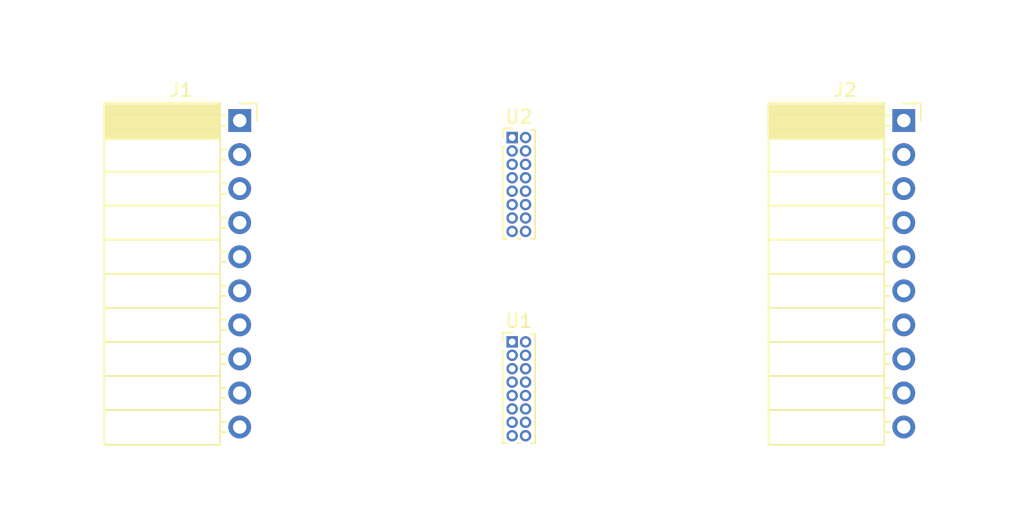
<source format=kicad_pcb>
(kicad_pcb (version 4) (host pcbnew 4.0.7)

  (general
    (links 28)
    (no_connects 28)
    (area 0 0 0 0)
    (thickness 1.6)
    (drawings 4)
    (tracks 0)
    (zones 0)
    (modules 4)
    (nets 25)
  )

  (page A4)
  (layers
    (0 F.Cu signal)
    (31 B.Cu signal)
    (32 B.Adhes user)
    (33 F.Adhes user)
    (34 B.Paste user)
    (35 F.Paste user)
    (36 B.SilkS user)
    (37 F.SilkS user)
    (38 B.Mask user)
    (39 F.Mask user)
    (40 Dwgs.User user)
    (41 Cmts.User user)
    (42 Eco1.User user)
    (43 Eco2.User user)
    (44 Edge.Cuts user)
    (45 Margin user)
    (46 B.CrtYd user)
    (47 F.CrtYd user)
    (48 B.Fab user)
    (49 F.Fab user)
  )

  (setup
    (last_trace_width 0.25)
    (trace_clearance 0.2)
    (zone_clearance 0.508)
    (zone_45_only no)
    (trace_min 0.2)
    (segment_width 0.2)
    (edge_width 0.15)
    (via_size 0.6)
    (via_drill 0.4)
    (via_min_size 0.4)
    (via_min_drill 0.3)
    (uvia_size 0.3)
    (uvia_drill 0.1)
    (uvias_allowed no)
    (uvia_min_size 0.2)
    (uvia_min_drill 0.1)
    (pcb_text_width 0.3)
    (pcb_text_size 1.5 1.5)
    (mod_edge_width 0.15)
    (mod_text_size 1 1)
    (mod_text_width 0.15)
    (pad_size 1.524 1.524)
    (pad_drill 0.762)
    (pad_to_mask_clearance 0.2)
    (aux_axis_origin 0 0)
    (visible_elements FFFEFF7F)
    (pcbplotparams
      (layerselection 0x00030_80000001)
      (usegerberextensions false)
      (excludeedgelayer true)
      (linewidth 0.100000)
      (plotframeref false)
      (viasonmask false)
      (mode 1)
      (useauxorigin false)
      (hpglpennumber 1)
      (hpglpenspeed 20)
      (hpglpendiameter 15)
      (hpglpenoverlay 2)
      (psnegative false)
      (psa4output false)
      (plotreference true)
      (plotvalue true)
      (plotinvisibletext false)
      (padsonsilk false)
      (subtractmaskfromsilk false)
      (outputformat 1)
      (mirror false)
      (drillshape 1)
      (scaleselection 1)
      (outputdirectory ""))
  )

  (net 0 "")
  (net 1 "Net-(J1-Pad1)")
  (net 2 "Net-(J1-Pad2)")
  (net 3 "Net-(J1-Pad3)")
  (net 4 "Net-(J1-Pad4)")
  (net 5 "Net-(J1-Pad5)")
  (net 6 "Net-(J1-Pad6)")
  (net 7 "Net-(J1-Pad7)")
  (net 8 "Net-(J1-Pad8)")
  (net 9 "Net-(J1-Pad9)")
  (net 10 "Net-(J1-Pad10)")
  (net 11 "Net-(J2-Pad1)")
  (net 12 "Net-(J2-Pad2)")
  (net 13 "Net-(J2-Pad3)")
  (net 14 "Net-(J2-Pad4)")
  (net 15 "Net-(J2-Pad5)")
  (net 16 "Net-(J2-Pad6)")
  (net 17 "Net-(J2-Pad7)")
  (net 18 "Net-(J2-Pad8)")
  (net 19 "Net-(J2-Pad9)")
  (net 20 "Net-(J2-Pad10)")
  (net 21 VCC)
  (net 22 GND)
  (net 23 "Net-(U2-Pad1)")
  (net 24 "Net-(U2-Pad16)")

  (net_class Default "This is the default net class."
    (clearance 0.2)
    (trace_width 0.25)
    (via_dia 0.6)
    (via_drill 0.4)
    (uvia_dia 0.3)
    (uvia_drill 0.1)
    (add_net GND)
    (add_net "Net-(J1-Pad1)")
    (add_net "Net-(J1-Pad10)")
    (add_net "Net-(J1-Pad2)")
    (add_net "Net-(J1-Pad3)")
    (add_net "Net-(J1-Pad4)")
    (add_net "Net-(J1-Pad5)")
    (add_net "Net-(J1-Pad6)")
    (add_net "Net-(J1-Pad7)")
    (add_net "Net-(J1-Pad8)")
    (add_net "Net-(J1-Pad9)")
    (add_net "Net-(J2-Pad1)")
    (add_net "Net-(J2-Pad10)")
    (add_net "Net-(J2-Pad2)")
    (add_net "Net-(J2-Pad3)")
    (add_net "Net-(J2-Pad4)")
    (add_net "Net-(J2-Pad5)")
    (add_net "Net-(J2-Pad6)")
    (add_net "Net-(J2-Pad7)")
    (add_net "Net-(J2-Pad8)")
    (add_net "Net-(J2-Pad9)")
    (add_net "Net-(U2-Pad1)")
    (add_net "Net-(U2-Pad16)")
    (add_net VCC)
  )

  (module Socket_Strips:Socket_Strip_Angled_1x10_Pitch2.54mm (layer F.Cu) (tedit 58CD5446) (tstamp 5AC40CEC)
    (at 128.27 105.41)
    (descr "Through hole angled socket strip, 1x10, 2.54mm pitch, 8.51mm socket length, single row")
    (tags "Through hole angled socket strip THT 1x10 2.54mm single row")
    (path /5AC298B1)
    (fp_text reference J1 (at -4.38 -2.27) (layer F.SilkS)
      (effects (font (size 1 1) (thickness 0.15)))
    )
    (fp_text value Conn_01x10_Female (at -4.38 25.13) (layer F.Fab)
      (effects (font (size 1 1) (thickness 0.15)))
    )
    (fp_line (start -1.52 -1.27) (end -1.52 1.27) (layer F.Fab) (width 0.1))
    (fp_line (start -1.52 1.27) (end -10.03 1.27) (layer F.Fab) (width 0.1))
    (fp_line (start -10.03 1.27) (end -10.03 -1.27) (layer F.Fab) (width 0.1))
    (fp_line (start -10.03 -1.27) (end -1.52 -1.27) (layer F.Fab) (width 0.1))
    (fp_line (start 0 -0.32) (end 0 0.32) (layer F.Fab) (width 0.1))
    (fp_line (start 0 0.32) (end -1.52 0.32) (layer F.Fab) (width 0.1))
    (fp_line (start -1.52 0.32) (end -1.52 -0.32) (layer F.Fab) (width 0.1))
    (fp_line (start -1.52 -0.32) (end 0 -0.32) (layer F.Fab) (width 0.1))
    (fp_line (start -1.52 1.27) (end -1.52 3.81) (layer F.Fab) (width 0.1))
    (fp_line (start -1.52 3.81) (end -10.03 3.81) (layer F.Fab) (width 0.1))
    (fp_line (start -10.03 3.81) (end -10.03 1.27) (layer F.Fab) (width 0.1))
    (fp_line (start -10.03 1.27) (end -1.52 1.27) (layer F.Fab) (width 0.1))
    (fp_line (start 0 2.22) (end 0 2.86) (layer F.Fab) (width 0.1))
    (fp_line (start 0 2.86) (end -1.52 2.86) (layer F.Fab) (width 0.1))
    (fp_line (start -1.52 2.86) (end -1.52 2.22) (layer F.Fab) (width 0.1))
    (fp_line (start -1.52 2.22) (end 0 2.22) (layer F.Fab) (width 0.1))
    (fp_line (start -1.52 3.81) (end -1.52 6.35) (layer F.Fab) (width 0.1))
    (fp_line (start -1.52 6.35) (end -10.03 6.35) (layer F.Fab) (width 0.1))
    (fp_line (start -10.03 6.35) (end -10.03 3.81) (layer F.Fab) (width 0.1))
    (fp_line (start -10.03 3.81) (end -1.52 3.81) (layer F.Fab) (width 0.1))
    (fp_line (start 0 4.76) (end 0 5.4) (layer F.Fab) (width 0.1))
    (fp_line (start 0 5.4) (end -1.52 5.4) (layer F.Fab) (width 0.1))
    (fp_line (start -1.52 5.4) (end -1.52 4.76) (layer F.Fab) (width 0.1))
    (fp_line (start -1.52 4.76) (end 0 4.76) (layer F.Fab) (width 0.1))
    (fp_line (start -1.52 6.35) (end -1.52 8.89) (layer F.Fab) (width 0.1))
    (fp_line (start -1.52 8.89) (end -10.03 8.89) (layer F.Fab) (width 0.1))
    (fp_line (start -10.03 8.89) (end -10.03 6.35) (layer F.Fab) (width 0.1))
    (fp_line (start -10.03 6.35) (end -1.52 6.35) (layer F.Fab) (width 0.1))
    (fp_line (start 0 7.3) (end 0 7.94) (layer F.Fab) (width 0.1))
    (fp_line (start 0 7.94) (end -1.52 7.94) (layer F.Fab) (width 0.1))
    (fp_line (start -1.52 7.94) (end -1.52 7.3) (layer F.Fab) (width 0.1))
    (fp_line (start -1.52 7.3) (end 0 7.3) (layer F.Fab) (width 0.1))
    (fp_line (start -1.52 8.89) (end -1.52 11.43) (layer F.Fab) (width 0.1))
    (fp_line (start -1.52 11.43) (end -10.03 11.43) (layer F.Fab) (width 0.1))
    (fp_line (start -10.03 11.43) (end -10.03 8.89) (layer F.Fab) (width 0.1))
    (fp_line (start -10.03 8.89) (end -1.52 8.89) (layer F.Fab) (width 0.1))
    (fp_line (start 0 9.84) (end 0 10.48) (layer F.Fab) (width 0.1))
    (fp_line (start 0 10.48) (end -1.52 10.48) (layer F.Fab) (width 0.1))
    (fp_line (start -1.52 10.48) (end -1.52 9.84) (layer F.Fab) (width 0.1))
    (fp_line (start -1.52 9.84) (end 0 9.84) (layer F.Fab) (width 0.1))
    (fp_line (start -1.52 11.43) (end -1.52 13.97) (layer F.Fab) (width 0.1))
    (fp_line (start -1.52 13.97) (end -10.03 13.97) (layer F.Fab) (width 0.1))
    (fp_line (start -10.03 13.97) (end -10.03 11.43) (layer F.Fab) (width 0.1))
    (fp_line (start -10.03 11.43) (end -1.52 11.43) (layer F.Fab) (width 0.1))
    (fp_line (start 0 12.38) (end 0 13.02) (layer F.Fab) (width 0.1))
    (fp_line (start 0 13.02) (end -1.52 13.02) (layer F.Fab) (width 0.1))
    (fp_line (start -1.52 13.02) (end -1.52 12.38) (layer F.Fab) (width 0.1))
    (fp_line (start -1.52 12.38) (end 0 12.38) (layer F.Fab) (width 0.1))
    (fp_line (start -1.52 13.97) (end -1.52 16.51) (layer F.Fab) (width 0.1))
    (fp_line (start -1.52 16.51) (end -10.03 16.51) (layer F.Fab) (width 0.1))
    (fp_line (start -10.03 16.51) (end -10.03 13.97) (layer F.Fab) (width 0.1))
    (fp_line (start -10.03 13.97) (end -1.52 13.97) (layer F.Fab) (width 0.1))
    (fp_line (start 0 14.92) (end 0 15.56) (layer F.Fab) (width 0.1))
    (fp_line (start 0 15.56) (end -1.52 15.56) (layer F.Fab) (width 0.1))
    (fp_line (start -1.52 15.56) (end -1.52 14.92) (layer F.Fab) (width 0.1))
    (fp_line (start -1.52 14.92) (end 0 14.92) (layer F.Fab) (width 0.1))
    (fp_line (start -1.52 16.51) (end -1.52 19.05) (layer F.Fab) (width 0.1))
    (fp_line (start -1.52 19.05) (end -10.03 19.05) (layer F.Fab) (width 0.1))
    (fp_line (start -10.03 19.05) (end -10.03 16.51) (layer F.Fab) (width 0.1))
    (fp_line (start -10.03 16.51) (end -1.52 16.51) (layer F.Fab) (width 0.1))
    (fp_line (start 0 17.46) (end 0 18.1) (layer F.Fab) (width 0.1))
    (fp_line (start 0 18.1) (end -1.52 18.1) (layer F.Fab) (width 0.1))
    (fp_line (start -1.52 18.1) (end -1.52 17.46) (layer F.Fab) (width 0.1))
    (fp_line (start -1.52 17.46) (end 0 17.46) (layer F.Fab) (width 0.1))
    (fp_line (start -1.52 19.05) (end -1.52 21.59) (layer F.Fab) (width 0.1))
    (fp_line (start -1.52 21.59) (end -10.03 21.59) (layer F.Fab) (width 0.1))
    (fp_line (start -10.03 21.59) (end -10.03 19.05) (layer F.Fab) (width 0.1))
    (fp_line (start -10.03 19.05) (end -1.52 19.05) (layer F.Fab) (width 0.1))
    (fp_line (start 0 20) (end 0 20.64) (layer F.Fab) (width 0.1))
    (fp_line (start 0 20.64) (end -1.52 20.64) (layer F.Fab) (width 0.1))
    (fp_line (start -1.52 20.64) (end -1.52 20) (layer F.Fab) (width 0.1))
    (fp_line (start -1.52 20) (end 0 20) (layer F.Fab) (width 0.1))
    (fp_line (start -1.52 21.59) (end -1.52 24.13) (layer F.Fab) (width 0.1))
    (fp_line (start -1.52 24.13) (end -10.03 24.13) (layer F.Fab) (width 0.1))
    (fp_line (start -10.03 24.13) (end -10.03 21.59) (layer F.Fab) (width 0.1))
    (fp_line (start -10.03 21.59) (end -1.52 21.59) (layer F.Fab) (width 0.1))
    (fp_line (start 0 22.54) (end 0 23.18) (layer F.Fab) (width 0.1))
    (fp_line (start 0 23.18) (end -1.52 23.18) (layer F.Fab) (width 0.1))
    (fp_line (start -1.52 23.18) (end -1.52 22.54) (layer F.Fab) (width 0.1))
    (fp_line (start -1.52 22.54) (end 0 22.54) (layer F.Fab) (width 0.1))
    (fp_line (start -1.46 -1.33) (end -1.46 1.27) (layer F.SilkS) (width 0.12))
    (fp_line (start -1.46 1.27) (end -10.09 1.27) (layer F.SilkS) (width 0.12))
    (fp_line (start -10.09 1.27) (end -10.09 -1.33) (layer F.SilkS) (width 0.12))
    (fp_line (start -10.09 -1.33) (end -1.46 -1.33) (layer F.SilkS) (width 0.12))
    (fp_line (start -1.03 -0.38) (end -1.46 -0.38) (layer F.SilkS) (width 0.12))
    (fp_line (start -1.03 0.38) (end -1.46 0.38) (layer F.SilkS) (width 0.12))
    (fp_line (start -1.46 -1.15) (end -10.09 -1.15) (layer F.SilkS) (width 0.12))
    (fp_line (start -1.46 -1.03) (end -10.09 -1.03) (layer F.SilkS) (width 0.12))
    (fp_line (start -1.46 -0.91) (end -10.09 -0.91) (layer F.SilkS) (width 0.12))
    (fp_line (start -1.46 -0.79) (end -10.09 -0.79) (layer F.SilkS) (width 0.12))
    (fp_line (start -1.46 -0.67) (end -10.09 -0.67) (layer F.SilkS) (width 0.12))
    (fp_line (start -1.46 -0.55) (end -10.09 -0.55) (layer F.SilkS) (width 0.12))
    (fp_line (start -1.46 -0.43) (end -10.09 -0.43) (layer F.SilkS) (width 0.12))
    (fp_line (start -1.46 -0.31) (end -10.09 -0.31) (layer F.SilkS) (width 0.12))
    (fp_line (start -1.46 -0.19) (end -10.09 -0.19) (layer F.SilkS) (width 0.12))
    (fp_line (start -1.46 -0.07) (end -10.09 -0.07) (layer F.SilkS) (width 0.12))
    (fp_line (start -1.46 0.05) (end -10.09 0.05) (layer F.SilkS) (width 0.12))
    (fp_line (start -1.46 0.17) (end -10.09 0.17) (layer F.SilkS) (width 0.12))
    (fp_line (start -1.46 0.29) (end -10.09 0.29) (layer F.SilkS) (width 0.12))
    (fp_line (start -1.46 0.41) (end -10.09 0.41) (layer F.SilkS) (width 0.12))
    (fp_line (start -1.46 0.53) (end -10.09 0.53) (layer F.SilkS) (width 0.12))
    (fp_line (start -1.46 0.65) (end -10.09 0.65) (layer F.SilkS) (width 0.12))
    (fp_line (start -1.46 0.77) (end -10.09 0.77) (layer F.SilkS) (width 0.12))
    (fp_line (start -1.46 0.89) (end -10.09 0.89) (layer F.SilkS) (width 0.12))
    (fp_line (start -1.46 1.01) (end -10.09 1.01) (layer F.SilkS) (width 0.12))
    (fp_line (start -1.46 1.13) (end -10.09 1.13) (layer F.SilkS) (width 0.12))
    (fp_line (start -1.46 1.25) (end -10.09 1.25) (layer F.SilkS) (width 0.12))
    (fp_line (start -1.46 1.37) (end -10.09 1.37) (layer F.SilkS) (width 0.12))
    (fp_line (start -1.46 1.27) (end -1.46 3.81) (layer F.SilkS) (width 0.12))
    (fp_line (start -1.46 3.81) (end -10.09 3.81) (layer F.SilkS) (width 0.12))
    (fp_line (start -10.09 3.81) (end -10.09 1.27) (layer F.SilkS) (width 0.12))
    (fp_line (start -10.09 1.27) (end -1.46 1.27) (layer F.SilkS) (width 0.12))
    (fp_line (start -1.03 2.16) (end -1.46 2.16) (layer F.SilkS) (width 0.12))
    (fp_line (start -1.03 2.92) (end -1.46 2.92) (layer F.SilkS) (width 0.12))
    (fp_line (start -1.46 3.81) (end -1.46 6.35) (layer F.SilkS) (width 0.12))
    (fp_line (start -1.46 6.35) (end -10.09 6.35) (layer F.SilkS) (width 0.12))
    (fp_line (start -10.09 6.35) (end -10.09 3.81) (layer F.SilkS) (width 0.12))
    (fp_line (start -10.09 3.81) (end -1.46 3.81) (layer F.SilkS) (width 0.12))
    (fp_line (start -1.03 4.7) (end -1.46 4.7) (layer F.SilkS) (width 0.12))
    (fp_line (start -1.03 5.46) (end -1.46 5.46) (layer F.SilkS) (width 0.12))
    (fp_line (start -1.46 6.35) (end -1.46 8.89) (layer F.SilkS) (width 0.12))
    (fp_line (start -1.46 8.89) (end -10.09 8.89) (layer F.SilkS) (width 0.12))
    (fp_line (start -10.09 8.89) (end -10.09 6.35) (layer F.SilkS) (width 0.12))
    (fp_line (start -10.09 6.35) (end -1.46 6.35) (layer F.SilkS) (width 0.12))
    (fp_line (start -1.03 7.24) (end -1.46 7.24) (layer F.SilkS) (width 0.12))
    (fp_line (start -1.03 8) (end -1.46 8) (layer F.SilkS) (width 0.12))
    (fp_line (start -1.46 8.89) (end -1.46 11.43) (layer F.SilkS) (width 0.12))
    (fp_line (start -1.46 11.43) (end -10.09 11.43) (layer F.SilkS) (width 0.12))
    (fp_line (start -10.09 11.43) (end -10.09 8.89) (layer F.SilkS) (width 0.12))
    (fp_line (start -10.09 8.89) (end -1.46 8.89) (layer F.SilkS) (width 0.12))
    (fp_line (start -1.03 9.78) (end -1.46 9.78) (layer F.SilkS) (width 0.12))
    (fp_line (start -1.03 10.54) (end -1.46 10.54) (layer F.SilkS) (width 0.12))
    (fp_line (start -1.46 11.43) (end -1.46 13.97) (layer F.SilkS) (width 0.12))
    (fp_line (start -1.46 13.97) (end -10.09 13.97) (layer F.SilkS) (width 0.12))
    (fp_line (start -10.09 13.97) (end -10.09 11.43) (layer F.SilkS) (width 0.12))
    (fp_line (start -10.09 11.43) (end -1.46 11.43) (layer F.SilkS) (width 0.12))
    (fp_line (start -1.03 12.32) (end -1.46 12.32) (layer F.SilkS) (width 0.12))
    (fp_line (start -1.03 13.08) (end -1.46 13.08) (layer F.SilkS) (width 0.12))
    (fp_line (start -1.46 13.97) (end -1.46 16.51) (layer F.SilkS) (width 0.12))
    (fp_line (start -1.46 16.51) (end -10.09 16.51) (layer F.SilkS) (width 0.12))
    (fp_line (start -10.09 16.51) (end -10.09 13.97) (layer F.SilkS) (width 0.12))
    (fp_line (start -10.09 13.97) (end -1.46 13.97) (layer F.SilkS) (width 0.12))
    (fp_line (start -1.03 14.86) (end -1.46 14.86) (layer F.SilkS) (width 0.12))
    (fp_line (start -1.03 15.62) (end -1.46 15.62) (layer F.SilkS) (width 0.12))
    (fp_line (start -1.46 16.51) (end -1.46 19.05) (layer F.SilkS) (width 0.12))
    (fp_line (start -1.46 19.05) (end -10.09 19.05) (layer F.SilkS) (width 0.12))
    (fp_line (start -10.09 19.05) (end -10.09 16.51) (layer F.SilkS) (width 0.12))
    (fp_line (start -10.09 16.51) (end -1.46 16.51) (layer F.SilkS) (width 0.12))
    (fp_line (start -1.03 17.4) (end -1.46 17.4) (layer F.SilkS) (width 0.12))
    (fp_line (start -1.03 18.16) (end -1.46 18.16) (layer F.SilkS) (width 0.12))
    (fp_line (start -1.46 19.05) (end -1.46 21.59) (layer F.SilkS) (width 0.12))
    (fp_line (start -1.46 21.59) (end -10.09 21.59) (layer F.SilkS) (width 0.12))
    (fp_line (start -10.09 21.59) (end -10.09 19.05) (layer F.SilkS) (width 0.12))
    (fp_line (start -10.09 19.05) (end -1.46 19.05) (layer F.SilkS) (width 0.12))
    (fp_line (start -1.03 19.94) (end -1.46 19.94) (layer F.SilkS) (width 0.12))
    (fp_line (start -1.03 20.7) (end -1.46 20.7) (layer F.SilkS) (width 0.12))
    (fp_line (start -1.46 21.59) (end -1.46 24.19) (layer F.SilkS) (width 0.12))
    (fp_line (start -1.46 24.19) (end -10.09 24.19) (layer F.SilkS) (width 0.12))
    (fp_line (start -10.09 24.19) (end -10.09 21.59) (layer F.SilkS) (width 0.12))
    (fp_line (start -10.09 21.59) (end -1.46 21.59) (layer F.SilkS) (width 0.12))
    (fp_line (start -1.03 22.48) (end -1.46 22.48) (layer F.SilkS) (width 0.12))
    (fp_line (start -1.03 23.24) (end -1.46 23.24) (layer F.SilkS) (width 0.12))
    (fp_line (start 0 -1.27) (end 1.27 -1.27) (layer F.SilkS) (width 0.12))
    (fp_line (start 1.27 -1.27) (end 1.27 0) (layer F.SilkS) (width 0.12))
    (fp_line (start 1.8 -1.8) (end 1.8 24.65) (layer F.CrtYd) (width 0.05))
    (fp_line (start 1.8 24.65) (end -10.55 24.65) (layer F.CrtYd) (width 0.05))
    (fp_line (start -10.55 24.65) (end -10.55 -1.8) (layer F.CrtYd) (width 0.05))
    (fp_line (start -10.55 -1.8) (end 1.8 -1.8) (layer F.CrtYd) (width 0.05))
    (fp_text user %R (at -4.38 -2.27) (layer F.Fab)
      (effects (font (size 1 1) (thickness 0.15)))
    )
    (pad 1 thru_hole rect (at 0 0) (size 1.7 1.7) (drill 1) (layers *.Cu *.Mask)
      (net 1 "Net-(J1-Pad1)"))
    (pad 2 thru_hole oval (at 0 2.54) (size 1.7 1.7) (drill 1) (layers *.Cu *.Mask)
      (net 2 "Net-(J1-Pad2)"))
    (pad 3 thru_hole oval (at 0 5.08) (size 1.7 1.7) (drill 1) (layers *.Cu *.Mask)
      (net 3 "Net-(J1-Pad3)"))
    (pad 4 thru_hole oval (at 0 7.62) (size 1.7 1.7) (drill 1) (layers *.Cu *.Mask)
      (net 4 "Net-(J1-Pad4)"))
    (pad 5 thru_hole oval (at 0 10.16) (size 1.7 1.7) (drill 1) (layers *.Cu *.Mask)
      (net 5 "Net-(J1-Pad5)"))
    (pad 6 thru_hole oval (at 0 12.7) (size 1.7 1.7) (drill 1) (layers *.Cu *.Mask)
      (net 6 "Net-(J1-Pad6)"))
    (pad 7 thru_hole oval (at 0 15.24) (size 1.7 1.7) (drill 1) (layers *.Cu *.Mask)
      (net 7 "Net-(J1-Pad7)"))
    (pad 8 thru_hole oval (at 0 17.78) (size 1.7 1.7) (drill 1) (layers *.Cu *.Mask)
      (net 8 "Net-(J1-Pad8)"))
    (pad 9 thru_hole oval (at 0 20.32) (size 1.7 1.7) (drill 1) (layers *.Cu *.Mask)
      (net 9 "Net-(J1-Pad9)"))
    (pad 10 thru_hole oval (at 0 22.86) (size 1.7 1.7) (drill 1) (layers *.Cu *.Mask)
      (net 10 "Net-(J1-Pad10)"))
    (model ${KISYS3DMOD}/Socket_Strips.3dshapes/Socket_Strip_Angled_1x10_Pitch2.54mm.wrl
      (at (xyz 0 -0.45 0))
      (scale (xyz 1 1 1))
      (rotate (xyz 0 0 270))
    )
  )

  (module Socket_Strips:Socket_Strip_Angled_1x10_Pitch2.54mm (layer F.Cu) (tedit 58CD5446) (tstamp 5AC40CFA)
    (at 177.8 105.41)
    (descr "Through hole angled socket strip, 1x10, 2.54mm pitch, 8.51mm socket length, single row")
    (tags "Through hole angled socket strip THT 1x10 2.54mm single row")
    (path /5AC2991C)
    (fp_text reference J2 (at -4.38 -2.27) (layer F.SilkS)
      (effects (font (size 1 1) (thickness 0.15)))
    )
    (fp_text value Conn_01x10_Female (at -4.38 25.13) (layer F.Fab)
      (effects (font (size 1 1) (thickness 0.15)))
    )
    (fp_line (start -1.52 -1.27) (end -1.52 1.27) (layer F.Fab) (width 0.1))
    (fp_line (start -1.52 1.27) (end -10.03 1.27) (layer F.Fab) (width 0.1))
    (fp_line (start -10.03 1.27) (end -10.03 -1.27) (layer F.Fab) (width 0.1))
    (fp_line (start -10.03 -1.27) (end -1.52 -1.27) (layer F.Fab) (width 0.1))
    (fp_line (start 0 -0.32) (end 0 0.32) (layer F.Fab) (width 0.1))
    (fp_line (start 0 0.32) (end -1.52 0.32) (layer F.Fab) (width 0.1))
    (fp_line (start -1.52 0.32) (end -1.52 -0.32) (layer F.Fab) (width 0.1))
    (fp_line (start -1.52 -0.32) (end 0 -0.32) (layer F.Fab) (width 0.1))
    (fp_line (start -1.52 1.27) (end -1.52 3.81) (layer F.Fab) (width 0.1))
    (fp_line (start -1.52 3.81) (end -10.03 3.81) (layer F.Fab) (width 0.1))
    (fp_line (start -10.03 3.81) (end -10.03 1.27) (layer F.Fab) (width 0.1))
    (fp_line (start -10.03 1.27) (end -1.52 1.27) (layer F.Fab) (width 0.1))
    (fp_line (start 0 2.22) (end 0 2.86) (layer F.Fab) (width 0.1))
    (fp_line (start 0 2.86) (end -1.52 2.86) (layer F.Fab) (width 0.1))
    (fp_line (start -1.52 2.86) (end -1.52 2.22) (layer F.Fab) (width 0.1))
    (fp_line (start -1.52 2.22) (end 0 2.22) (layer F.Fab) (width 0.1))
    (fp_line (start -1.52 3.81) (end -1.52 6.35) (layer F.Fab) (width 0.1))
    (fp_line (start -1.52 6.35) (end -10.03 6.35) (layer F.Fab) (width 0.1))
    (fp_line (start -10.03 6.35) (end -10.03 3.81) (layer F.Fab) (width 0.1))
    (fp_line (start -10.03 3.81) (end -1.52 3.81) (layer F.Fab) (width 0.1))
    (fp_line (start 0 4.76) (end 0 5.4) (layer F.Fab) (width 0.1))
    (fp_line (start 0 5.4) (end -1.52 5.4) (layer F.Fab) (width 0.1))
    (fp_line (start -1.52 5.4) (end -1.52 4.76) (layer F.Fab) (width 0.1))
    (fp_line (start -1.52 4.76) (end 0 4.76) (layer F.Fab) (width 0.1))
    (fp_line (start -1.52 6.35) (end -1.52 8.89) (layer F.Fab) (width 0.1))
    (fp_line (start -1.52 8.89) (end -10.03 8.89) (layer F.Fab) (width 0.1))
    (fp_line (start -10.03 8.89) (end -10.03 6.35) (layer F.Fab) (width 0.1))
    (fp_line (start -10.03 6.35) (end -1.52 6.35) (layer F.Fab) (width 0.1))
    (fp_line (start 0 7.3) (end 0 7.94) (layer F.Fab) (width 0.1))
    (fp_line (start 0 7.94) (end -1.52 7.94) (layer F.Fab) (width 0.1))
    (fp_line (start -1.52 7.94) (end -1.52 7.3) (layer F.Fab) (width 0.1))
    (fp_line (start -1.52 7.3) (end 0 7.3) (layer F.Fab) (width 0.1))
    (fp_line (start -1.52 8.89) (end -1.52 11.43) (layer F.Fab) (width 0.1))
    (fp_line (start -1.52 11.43) (end -10.03 11.43) (layer F.Fab) (width 0.1))
    (fp_line (start -10.03 11.43) (end -10.03 8.89) (layer F.Fab) (width 0.1))
    (fp_line (start -10.03 8.89) (end -1.52 8.89) (layer F.Fab) (width 0.1))
    (fp_line (start 0 9.84) (end 0 10.48) (layer F.Fab) (width 0.1))
    (fp_line (start 0 10.48) (end -1.52 10.48) (layer F.Fab) (width 0.1))
    (fp_line (start -1.52 10.48) (end -1.52 9.84) (layer F.Fab) (width 0.1))
    (fp_line (start -1.52 9.84) (end 0 9.84) (layer F.Fab) (width 0.1))
    (fp_line (start -1.52 11.43) (end -1.52 13.97) (layer F.Fab) (width 0.1))
    (fp_line (start -1.52 13.97) (end -10.03 13.97) (layer F.Fab) (width 0.1))
    (fp_line (start -10.03 13.97) (end -10.03 11.43) (layer F.Fab) (width 0.1))
    (fp_line (start -10.03 11.43) (end -1.52 11.43) (layer F.Fab) (width 0.1))
    (fp_line (start 0 12.38) (end 0 13.02) (layer F.Fab) (width 0.1))
    (fp_line (start 0 13.02) (end -1.52 13.02) (layer F.Fab) (width 0.1))
    (fp_line (start -1.52 13.02) (end -1.52 12.38) (layer F.Fab) (width 0.1))
    (fp_line (start -1.52 12.38) (end 0 12.38) (layer F.Fab) (width 0.1))
    (fp_line (start -1.52 13.97) (end -1.52 16.51) (layer F.Fab) (width 0.1))
    (fp_line (start -1.52 16.51) (end -10.03 16.51) (layer F.Fab) (width 0.1))
    (fp_line (start -10.03 16.51) (end -10.03 13.97) (layer F.Fab) (width 0.1))
    (fp_line (start -10.03 13.97) (end -1.52 13.97) (layer F.Fab) (width 0.1))
    (fp_line (start 0 14.92) (end 0 15.56) (layer F.Fab) (width 0.1))
    (fp_line (start 0 15.56) (end -1.52 15.56) (layer F.Fab) (width 0.1))
    (fp_line (start -1.52 15.56) (end -1.52 14.92) (layer F.Fab) (width 0.1))
    (fp_line (start -1.52 14.92) (end 0 14.92) (layer F.Fab) (width 0.1))
    (fp_line (start -1.52 16.51) (end -1.52 19.05) (layer F.Fab) (width 0.1))
    (fp_line (start -1.52 19.05) (end -10.03 19.05) (layer F.Fab) (width 0.1))
    (fp_line (start -10.03 19.05) (end -10.03 16.51) (layer F.Fab) (width 0.1))
    (fp_line (start -10.03 16.51) (end -1.52 16.51) (layer F.Fab) (width 0.1))
    (fp_line (start 0 17.46) (end 0 18.1) (layer F.Fab) (width 0.1))
    (fp_line (start 0 18.1) (end -1.52 18.1) (layer F.Fab) (width 0.1))
    (fp_line (start -1.52 18.1) (end -1.52 17.46) (layer F.Fab) (width 0.1))
    (fp_line (start -1.52 17.46) (end 0 17.46) (layer F.Fab) (width 0.1))
    (fp_line (start -1.52 19.05) (end -1.52 21.59) (layer F.Fab) (width 0.1))
    (fp_line (start -1.52 21.59) (end -10.03 21.59) (layer F.Fab) (width 0.1))
    (fp_line (start -10.03 21.59) (end -10.03 19.05) (layer F.Fab) (width 0.1))
    (fp_line (start -10.03 19.05) (end -1.52 19.05) (layer F.Fab) (width 0.1))
    (fp_line (start 0 20) (end 0 20.64) (layer F.Fab) (width 0.1))
    (fp_line (start 0 20.64) (end -1.52 20.64) (layer F.Fab) (width 0.1))
    (fp_line (start -1.52 20.64) (end -1.52 20) (layer F.Fab) (width 0.1))
    (fp_line (start -1.52 20) (end 0 20) (layer F.Fab) (width 0.1))
    (fp_line (start -1.52 21.59) (end -1.52 24.13) (layer F.Fab) (width 0.1))
    (fp_line (start -1.52 24.13) (end -10.03 24.13) (layer F.Fab) (width 0.1))
    (fp_line (start -10.03 24.13) (end -10.03 21.59) (layer F.Fab) (width 0.1))
    (fp_line (start -10.03 21.59) (end -1.52 21.59) (layer F.Fab) (width 0.1))
    (fp_line (start 0 22.54) (end 0 23.18) (layer F.Fab) (width 0.1))
    (fp_line (start 0 23.18) (end -1.52 23.18) (layer F.Fab) (width 0.1))
    (fp_line (start -1.52 23.18) (end -1.52 22.54) (layer F.Fab) (width 0.1))
    (fp_line (start -1.52 22.54) (end 0 22.54) (layer F.Fab) (width 0.1))
    (fp_line (start -1.46 -1.33) (end -1.46 1.27) (layer F.SilkS) (width 0.12))
    (fp_line (start -1.46 1.27) (end -10.09 1.27) (layer F.SilkS) (width 0.12))
    (fp_line (start -10.09 1.27) (end -10.09 -1.33) (layer F.SilkS) (width 0.12))
    (fp_line (start -10.09 -1.33) (end -1.46 -1.33) (layer F.SilkS) (width 0.12))
    (fp_line (start -1.03 -0.38) (end -1.46 -0.38) (layer F.SilkS) (width 0.12))
    (fp_line (start -1.03 0.38) (end -1.46 0.38) (layer F.SilkS) (width 0.12))
    (fp_line (start -1.46 -1.15) (end -10.09 -1.15) (layer F.SilkS) (width 0.12))
    (fp_line (start -1.46 -1.03) (end -10.09 -1.03) (layer F.SilkS) (width 0.12))
    (fp_line (start -1.46 -0.91) (end -10.09 -0.91) (layer F.SilkS) (width 0.12))
    (fp_line (start -1.46 -0.79) (end -10.09 -0.79) (layer F.SilkS) (width 0.12))
    (fp_line (start -1.46 -0.67) (end -10.09 -0.67) (layer F.SilkS) (width 0.12))
    (fp_line (start -1.46 -0.55) (end -10.09 -0.55) (layer F.SilkS) (width 0.12))
    (fp_line (start -1.46 -0.43) (end -10.09 -0.43) (layer F.SilkS) (width 0.12))
    (fp_line (start -1.46 -0.31) (end -10.09 -0.31) (layer F.SilkS) (width 0.12))
    (fp_line (start -1.46 -0.19) (end -10.09 -0.19) (layer F.SilkS) (width 0.12))
    (fp_line (start -1.46 -0.07) (end -10.09 -0.07) (layer F.SilkS) (width 0.12))
    (fp_line (start -1.46 0.05) (end -10.09 0.05) (layer F.SilkS) (width 0.12))
    (fp_line (start -1.46 0.17) (end -10.09 0.17) (layer F.SilkS) (width 0.12))
    (fp_line (start -1.46 0.29) (end -10.09 0.29) (layer F.SilkS) (width 0.12))
    (fp_line (start -1.46 0.41) (end -10.09 0.41) (layer F.SilkS) (width 0.12))
    (fp_line (start -1.46 0.53) (end -10.09 0.53) (layer F.SilkS) (width 0.12))
    (fp_line (start -1.46 0.65) (end -10.09 0.65) (layer F.SilkS) (width 0.12))
    (fp_line (start -1.46 0.77) (end -10.09 0.77) (layer F.SilkS) (width 0.12))
    (fp_line (start -1.46 0.89) (end -10.09 0.89) (layer F.SilkS) (width 0.12))
    (fp_line (start -1.46 1.01) (end -10.09 1.01) (layer F.SilkS) (width 0.12))
    (fp_line (start -1.46 1.13) (end -10.09 1.13) (layer F.SilkS) (width 0.12))
    (fp_line (start -1.46 1.25) (end -10.09 1.25) (layer F.SilkS) (width 0.12))
    (fp_line (start -1.46 1.37) (end -10.09 1.37) (layer F.SilkS) (width 0.12))
    (fp_line (start -1.46 1.27) (end -1.46 3.81) (layer F.SilkS) (width 0.12))
    (fp_line (start -1.46 3.81) (end -10.09 3.81) (layer F.SilkS) (width 0.12))
    (fp_line (start -10.09 3.81) (end -10.09 1.27) (layer F.SilkS) (width 0.12))
    (fp_line (start -10.09 1.27) (end -1.46 1.27) (layer F.SilkS) (width 0.12))
    (fp_line (start -1.03 2.16) (end -1.46 2.16) (layer F.SilkS) (width 0.12))
    (fp_line (start -1.03 2.92) (end -1.46 2.92) (layer F.SilkS) (width 0.12))
    (fp_line (start -1.46 3.81) (end -1.46 6.35) (layer F.SilkS) (width 0.12))
    (fp_line (start -1.46 6.35) (end -10.09 6.35) (layer F.SilkS) (width 0.12))
    (fp_line (start -10.09 6.35) (end -10.09 3.81) (layer F.SilkS) (width 0.12))
    (fp_line (start -10.09 3.81) (end -1.46 3.81) (layer F.SilkS) (width 0.12))
    (fp_line (start -1.03 4.7) (end -1.46 4.7) (layer F.SilkS) (width 0.12))
    (fp_line (start -1.03 5.46) (end -1.46 5.46) (layer F.SilkS) (width 0.12))
    (fp_line (start -1.46 6.35) (end -1.46 8.89) (layer F.SilkS) (width 0.12))
    (fp_line (start -1.46 8.89) (end -10.09 8.89) (layer F.SilkS) (width 0.12))
    (fp_line (start -10.09 8.89) (end -10.09 6.35) (layer F.SilkS) (width 0.12))
    (fp_line (start -10.09 6.35) (end -1.46 6.35) (layer F.SilkS) (width 0.12))
    (fp_line (start -1.03 7.24) (end -1.46 7.24) (layer F.SilkS) (width 0.12))
    (fp_line (start -1.03 8) (end -1.46 8) (layer F.SilkS) (width 0.12))
    (fp_line (start -1.46 8.89) (end -1.46 11.43) (layer F.SilkS) (width 0.12))
    (fp_line (start -1.46 11.43) (end -10.09 11.43) (layer F.SilkS) (width 0.12))
    (fp_line (start -10.09 11.43) (end -10.09 8.89) (layer F.SilkS) (width 0.12))
    (fp_line (start -10.09 8.89) (end -1.46 8.89) (layer F.SilkS) (width 0.12))
    (fp_line (start -1.03 9.78) (end -1.46 9.78) (layer F.SilkS) (width 0.12))
    (fp_line (start -1.03 10.54) (end -1.46 10.54) (layer F.SilkS) (width 0.12))
    (fp_line (start -1.46 11.43) (end -1.46 13.97) (layer F.SilkS) (width 0.12))
    (fp_line (start -1.46 13.97) (end -10.09 13.97) (layer F.SilkS) (width 0.12))
    (fp_line (start -10.09 13.97) (end -10.09 11.43) (layer F.SilkS) (width 0.12))
    (fp_line (start -10.09 11.43) (end -1.46 11.43) (layer F.SilkS) (width 0.12))
    (fp_line (start -1.03 12.32) (end -1.46 12.32) (layer F.SilkS) (width 0.12))
    (fp_line (start -1.03 13.08) (end -1.46 13.08) (layer F.SilkS) (width 0.12))
    (fp_line (start -1.46 13.97) (end -1.46 16.51) (layer F.SilkS) (width 0.12))
    (fp_line (start -1.46 16.51) (end -10.09 16.51) (layer F.SilkS) (width 0.12))
    (fp_line (start -10.09 16.51) (end -10.09 13.97) (layer F.SilkS) (width 0.12))
    (fp_line (start -10.09 13.97) (end -1.46 13.97) (layer F.SilkS) (width 0.12))
    (fp_line (start -1.03 14.86) (end -1.46 14.86) (layer F.SilkS) (width 0.12))
    (fp_line (start -1.03 15.62) (end -1.46 15.62) (layer F.SilkS) (width 0.12))
    (fp_line (start -1.46 16.51) (end -1.46 19.05) (layer F.SilkS) (width 0.12))
    (fp_line (start -1.46 19.05) (end -10.09 19.05) (layer F.SilkS) (width 0.12))
    (fp_line (start -10.09 19.05) (end -10.09 16.51) (layer F.SilkS) (width 0.12))
    (fp_line (start -10.09 16.51) (end -1.46 16.51) (layer F.SilkS) (width 0.12))
    (fp_line (start -1.03 17.4) (end -1.46 17.4) (layer F.SilkS) (width 0.12))
    (fp_line (start -1.03 18.16) (end -1.46 18.16) (layer F.SilkS) (width 0.12))
    (fp_line (start -1.46 19.05) (end -1.46 21.59) (layer F.SilkS) (width 0.12))
    (fp_line (start -1.46 21.59) (end -10.09 21.59) (layer F.SilkS) (width 0.12))
    (fp_line (start -10.09 21.59) (end -10.09 19.05) (layer F.SilkS) (width 0.12))
    (fp_line (start -10.09 19.05) (end -1.46 19.05) (layer F.SilkS) (width 0.12))
    (fp_line (start -1.03 19.94) (end -1.46 19.94) (layer F.SilkS) (width 0.12))
    (fp_line (start -1.03 20.7) (end -1.46 20.7) (layer F.SilkS) (width 0.12))
    (fp_line (start -1.46 21.59) (end -1.46 24.19) (layer F.SilkS) (width 0.12))
    (fp_line (start -1.46 24.19) (end -10.09 24.19) (layer F.SilkS) (width 0.12))
    (fp_line (start -10.09 24.19) (end -10.09 21.59) (layer F.SilkS) (width 0.12))
    (fp_line (start -10.09 21.59) (end -1.46 21.59) (layer F.SilkS) (width 0.12))
    (fp_line (start -1.03 22.48) (end -1.46 22.48) (layer F.SilkS) (width 0.12))
    (fp_line (start -1.03 23.24) (end -1.46 23.24) (layer F.SilkS) (width 0.12))
    (fp_line (start 0 -1.27) (end 1.27 -1.27) (layer F.SilkS) (width 0.12))
    (fp_line (start 1.27 -1.27) (end 1.27 0) (layer F.SilkS) (width 0.12))
    (fp_line (start 1.8 -1.8) (end 1.8 24.65) (layer F.CrtYd) (width 0.05))
    (fp_line (start 1.8 24.65) (end -10.55 24.65) (layer F.CrtYd) (width 0.05))
    (fp_line (start -10.55 24.65) (end -10.55 -1.8) (layer F.CrtYd) (width 0.05))
    (fp_line (start -10.55 -1.8) (end 1.8 -1.8) (layer F.CrtYd) (width 0.05))
    (fp_text user %R (at -4.38 -2.27) (layer F.Fab)
      (effects (font (size 1 1) (thickness 0.15)))
    )
    (pad 1 thru_hole rect (at 0 0) (size 1.7 1.7) (drill 1) (layers *.Cu *.Mask)
      (net 11 "Net-(J2-Pad1)"))
    (pad 2 thru_hole oval (at 0 2.54) (size 1.7 1.7) (drill 1) (layers *.Cu *.Mask)
      (net 12 "Net-(J2-Pad2)"))
    (pad 3 thru_hole oval (at 0 5.08) (size 1.7 1.7) (drill 1) (layers *.Cu *.Mask)
      (net 13 "Net-(J2-Pad3)"))
    (pad 4 thru_hole oval (at 0 7.62) (size 1.7 1.7) (drill 1) (layers *.Cu *.Mask)
      (net 14 "Net-(J2-Pad4)"))
    (pad 5 thru_hole oval (at 0 10.16) (size 1.7 1.7) (drill 1) (layers *.Cu *.Mask)
      (net 15 "Net-(J2-Pad5)"))
    (pad 6 thru_hole oval (at 0 12.7) (size 1.7 1.7) (drill 1) (layers *.Cu *.Mask)
      (net 16 "Net-(J2-Pad6)"))
    (pad 7 thru_hole oval (at 0 15.24) (size 1.7 1.7) (drill 1) (layers *.Cu *.Mask)
      (net 17 "Net-(J2-Pad7)"))
    (pad 8 thru_hole oval (at 0 17.78) (size 1.7 1.7) (drill 1) (layers *.Cu *.Mask)
      (net 18 "Net-(J2-Pad8)"))
    (pad 9 thru_hole oval (at 0 20.32) (size 1.7 1.7) (drill 1) (layers *.Cu *.Mask)
      (net 19 "Net-(J2-Pad9)"))
    (pad 10 thru_hole oval (at 0 22.86) (size 1.7 1.7) (drill 1) (layers *.Cu *.Mask)
      (net 20 "Net-(J2-Pad10)"))
    (model ${KISYS3DMOD}/Socket_Strips.3dshapes/Socket_Strip_Angled_1x10_Pitch2.54mm.wrl
      (at (xyz 0 -0.45 0))
      (scale (xyz 1 1 1))
      (rotate (xyz 0 0 270))
    )
  )

  (module Pin_Headers:Pin_Header_Straight_2x08_Pitch1.00mm (layer F.Cu) (tedit 59B55815) (tstamp 5AC40D0E)
    (at 148.59 121.92)
    (descr "Through hole straight pin header, 2x08, 1.00mm pitch, double rows")
    (tags "Through hole pin header THT 2x08 1.00mm double row")
    (path /5AC29786)
    (fp_text reference U1 (at 0.5 -1.56) (layer F.SilkS)
      (effects (font (size 1 1) (thickness 0.15)))
    )
    (fp_text value L293D (at 0.5 8.56) (layer F.Fab)
      (effects (font (size 1 1) (thickness 0.15)))
    )
    (fp_line (start -0.075 -0.5) (end 1.65 -0.5) (layer F.Fab) (width 0.1))
    (fp_line (start 1.65 -0.5) (end 1.65 7.5) (layer F.Fab) (width 0.1))
    (fp_line (start 1.65 7.5) (end -0.65 7.5) (layer F.Fab) (width 0.1))
    (fp_line (start -0.65 7.5) (end -0.65 0.075) (layer F.Fab) (width 0.1))
    (fp_line (start -0.65 0.075) (end -0.075 -0.5) (layer F.Fab) (width 0.1))
    (fp_line (start -0.71 7.56) (end -0.394493 7.56) (layer F.SilkS) (width 0.12))
    (fp_line (start 1.394493 7.56) (end 1.71 7.56) (layer F.SilkS) (width 0.12))
    (fp_line (start 0.394493 7.56) (end 0.605507 7.56) (layer F.SilkS) (width 0.12))
    (fp_line (start -0.71 0.685) (end -0.71 7.56) (layer F.SilkS) (width 0.12))
    (fp_line (start 1.71 -0.56) (end 1.71 7.56) (layer F.SilkS) (width 0.12))
    (fp_line (start -0.71 0.685) (end -0.608276 0.685) (layer F.SilkS) (width 0.12))
    (fp_line (start 1.394493 -0.56) (end 1.71 -0.56) (layer F.SilkS) (width 0.12))
    (fp_line (start -0.71 0) (end -0.71 -0.685) (layer F.SilkS) (width 0.12))
    (fp_line (start -0.71 -0.685) (end 0 -0.685) (layer F.SilkS) (width 0.12))
    (fp_line (start -1.15 -1) (end -1.15 8) (layer F.CrtYd) (width 0.05))
    (fp_line (start -1.15 8) (end 2.15 8) (layer F.CrtYd) (width 0.05))
    (fp_line (start 2.15 8) (end 2.15 -1) (layer F.CrtYd) (width 0.05))
    (fp_line (start 2.15 -1) (end -1.15 -1) (layer F.CrtYd) (width 0.05))
    (fp_text user %R (at 0.5 3.5 90) (layer F.Fab)
      (effects (font (size 1 1) (thickness 0.15)))
    )
    (pad 1 thru_hole rect (at 0 0) (size 0.85 0.85) (drill 0.5) (layers *.Cu *.Mask)
      (net 21 VCC))
    (pad 2 thru_hole oval (at 1 0) (size 0.85 0.85) (drill 0.5) (layers *.Cu *.Mask)
      (net 10 "Net-(J1-Pad10)"))
    (pad 3 thru_hole oval (at 0 1) (size 0.85 0.85) (drill 0.5) (layers *.Cu *.Mask)
      (net 9 "Net-(J1-Pad9)"))
    (pad 4 thru_hole oval (at 1 1) (size 0.85 0.85) (drill 0.5) (layers *.Cu *.Mask)
      (net 22 GND))
    (pad 5 thru_hole oval (at 0 2) (size 0.85 0.85) (drill 0.5) (layers *.Cu *.Mask)
      (net 22 GND))
    (pad 6 thru_hole oval (at 1 2) (size 0.85 0.85) (drill 0.5) (layers *.Cu *.Mask)
      (net 4 "Net-(J1-Pad4)"))
    (pad 7 thru_hole oval (at 0 3) (size 0.85 0.85) (drill 0.5) (layers *.Cu *.Mask)
      (net 3 "Net-(J1-Pad3)"))
    (pad 8 thru_hole oval (at 1 3) (size 0.85 0.85) (drill 0.5) (layers *.Cu *.Mask)
      (net 21 VCC))
    (pad 9 thru_hole oval (at 0 4) (size 0.85 0.85) (drill 0.5) (layers *.Cu *.Mask)
      (net 21 VCC))
    (pad 10 thru_hole oval (at 1 4) (size 0.85 0.85) (drill 0.5) (layers *.Cu *.Mask)
      (net 6 "Net-(J1-Pad6)"))
    (pad 11 thru_hole oval (at 0 5) (size 0.85 0.85) (drill 0.5) (layers *.Cu *.Mask)
      (net 5 "Net-(J1-Pad5)"))
    (pad 12 thru_hole oval (at 1 5) (size 0.85 0.85) (drill 0.5) (layers *.Cu *.Mask)
      (net 22 GND))
    (pad 13 thru_hole oval (at 0 6) (size 0.85 0.85) (drill 0.5) (layers *.Cu *.Mask)
      (net 22 GND))
    (pad 14 thru_hole oval (at 1 6) (size 0.85 0.85) (drill 0.5) (layers *.Cu *.Mask)
      (net 7 "Net-(J1-Pad7)"))
    (pad 15 thru_hole oval (at 0 7) (size 0.85 0.85) (drill 0.5) (layers *.Cu *.Mask)
      (net 8 "Net-(J1-Pad8)"))
    (pad 16 thru_hole oval (at 1 7) (size 0.85 0.85) (drill 0.5) (layers *.Cu *.Mask)
      (net 21 VCC))
    (model ${KISYS3DMOD}/Pin_Headers.3dshapes/Pin_Header_Straight_2x08_Pitch1.00mm.wrl
      (at (xyz 0 0 0))
      (scale (xyz 1 1 1))
      (rotate (xyz 0 0 0))
    )
  )

  (module Pin_Headers:Pin_Header_Straight_2x08_Pitch1.00mm (layer F.Cu) (tedit 59B55815) (tstamp 5AC40D22)
    (at 148.59 106.68)
    (descr "Through hole straight pin header, 2x08, 1.00mm pitch, double rows")
    (tags "Through hole pin header THT 2x08 1.00mm double row")
    (path /5AC2983D)
    (fp_text reference U2 (at 0.5 -1.56) (layer F.SilkS)
      (effects (font (size 1 1) (thickness 0.15)))
    )
    (fp_text value L293D (at 0.5 8.56) (layer F.Fab)
      (effects (font (size 1 1) (thickness 0.15)))
    )
    (fp_line (start -0.075 -0.5) (end 1.65 -0.5) (layer F.Fab) (width 0.1))
    (fp_line (start 1.65 -0.5) (end 1.65 7.5) (layer F.Fab) (width 0.1))
    (fp_line (start 1.65 7.5) (end -0.65 7.5) (layer F.Fab) (width 0.1))
    (fp_line (start -0.65 7.5) (end -0.65 0.075) (layer F.Fab) (width 0.1))
    (fp_line (start -0.65 0.075) (end -0.075 -0.5) (layer F.Fab) (width 0.1))
    (fp_line (start -0.71 7.56) (end -0.394493 7.56) (layer F.SilkS) (width 0.12))
    (fp_line (start 1.394493 7.56) (end 1.71 7.56) (layer F.SilkS) (width 0.12))
    (fp_line (start 0.394493 7.56) (end 0.605507 7.56) (layer F.SilkS) (width 0.12))
    (fp_line (start -0.71 0.685) (end -0.71 7.56) (layer F.SilkS) (width 0.12))
    (fp_line (start 1.71 -0.56) (end 1.71 7.56) (layer F.SilkS) (width 0.12))
    (fp_line (start -0.71 0.685) (end -0.608276 0.685) (layer F.SilkS) (width 0.12))
    (fp_line (start 1.394493 -0.56) (end 1.71 -0.56) (layer F.SilkS) (width 0.12))
    (fp_line (start -0.71 0) (end -0.71 -0.685) (layer F.SilkS) (width 0.12))
    (fp_line (start -0.71 -0.685) (end 0 -0.685) (layer F.SilkS) (width 0.12))
    (fp_line (start -1.15 -1) (end -1.15 8) (layer F.CrtYd) (width 0.05))
    (fp_line (start -1.15 8) (end 2.15 8) (layer F.CrtYd) (width 0.05))
    (fp_line (start 2.15 8) (end 2.15 -1) (layer F.CrtYd) (width 0.05))
    (fp_line (start 2.15 -1) (end -1.15 -1) (layer F.CrtYd) (width 0.05))
    (fp_text user %R (at 0.5 3.5 90) (layer F.Fab)
      (effects (font (size 1 1) (thickness 0.15)))
    )
    (pad 1 thru_hole rect (at 0 0) (size 0.85 0.85) (drill 0.5) (layers *.Cu *.Mask)
      (net 23 "Net-(U2-Pad1)"))
    (pad 2 thru_hole oval (at 1 0) (size 0.85 0.85) (drill 0.5) (layers *.Cu *.Mask)
      (net 15 "Net-(J2-Pad5)"))
    (pad 3 thru_hole oval (at 0 1) (size 0.85 0.85) (drill 0.5) (layers *.Cu *.Mask)
      (net 16 "Net-(J2-Pad6)"))
    (pad 4 thru_hole oval (at 1 1) (size 0.85 0.85) (drill 0.5) (layers *.Cu *.Mask)
      (net 22 GND))
    (pad 5 thru_hole oval (at 0 2) (size 0.85 0.85) (drill 0.5) (layers *.Cu *.Mask)
      (net 22 GND))
    (pad 6 thru_hole oval (at 1 2) (size 0.85 0.85) (drill 0.5) (layers *.Cu *.Mask)
      (net 17 "Net-(J2-Pad7)"))
    (pad 7 thru_hole oval (at 0 3) (size 0.85 0.85) (drill 0.5) (layers *.Cu *.Mask)
      (net 18 "Net-(J2-Pad8)"))
    (pad 8 thru_hole oval (at 1 3) (size 0.85 0.85) (drill 0.5) (layers *.Cu *.Mask)
      (net 23 "Net-(U2-Pad1)"))
    (pad 9 thru_hole oval (at 0 4) (size 0.85 0.85) (drill 0.5) (layers *.Cu *.Mask)
      (net 24 "Net-(U2-Pad16)"))
    (pad 10 thru_hole oval (at 1 4) (size 0.85 0.85) (drill 0.5) (layers *.Cu *.Mask)
      (net 14 "Net-(J2-Pad4)"))
    (pad 11 thru_hole oval (at 0 5) (size 0.85 0.85) (drill 0.5) (layers *.Cu *.Mask)
      (net 13 "Net-(J2-Pad3)"))
    (pad 12 thru_hole oval (at 1 5) (size 0.85 0.85) (drill 0.5) (layers *.Cu *.Mask)
      (net 22 GND))
    (pad 13 thru_hole oval (at 0 6) (size 0.85 0.85) (drill 0.5) (layers *.Cu *.Mask)
      (net 22 GND))
    (pad 14 thru_hole oval (at 1 6) (size 0.85 0.85) (drill 0.5) (layers *.Cu *.Mask)
      (net 12 "Net-(J2-Pad2)"))
    (pad 15 thru_hole oval (at 0 7) (size 0.85 0.85) (drill 0.5) (layers *.Cu *.Mask)
      (net 11 "Net-(J2-Pad1)"))
    (pad 16 thru_hole oval (at 1 7) (size 0.85 0.85) (drill 0.5) (layers *.Cu *.Mask)
      (net 24 "Net-(U2-Pad16)"))
    (model ${KISYS3DMOD}/Pin_Headers.3dshapes/Pin_Header_Straight_2x08_Pitch1.00mm.wrl
      (at (xyz 0 0 0))
      (scale (xyz 1 1 1))
      (rotate (xyz 0 0 0))
    )
  )

  (gr_line (start 186.69 96.52) (end 186.69 135.89) (angle 90) (layer Eco1.User) (width 0.2))
  (gr_line (start 110.49 96.52) (end 186.69 96.52) (angle 90) (layer Eco1.User) (width 0.2))
  (gr_line (start 110.49 135.89) (end 110.49 96.52) (angle 90) (layer Eco1.User) (width 0.2))
  (gr_line (start 186.69 135.89) (end 110.49 135.89) (angle 90) (layer Eco1.User) (width 0.2))

)

</source>
